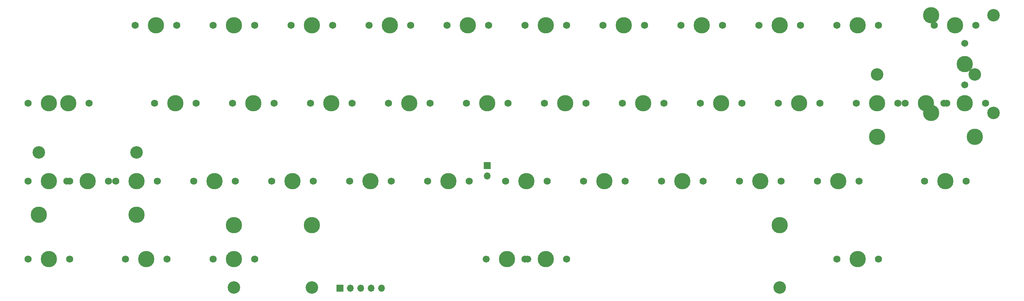
<source format=gbr>
%TF.GenerationSoftware,KiCad,Pcbnew,7.0.1*%
%TF.CreationDate,2023-04-12T22:37:38+02:00*%
%TF.ProjectId,no-escape,6e6f2d65-7363-4617-9065-2e6b69636164,rev?*%
%TF.SameCoordinates,Original*%
%TF.FileFunction,Soldermask,Top*%
%TF.FilePolarity,Negative*%
%FSLAX46Y46*%
G04 Gerber Fmt 4.6, Leading zero omitted, Abs format (unit mm)*
G04 Created by KiCad (PCBNEW 7.0.1) date 2023-04-12 22:37:38*
%MOMM*%
%LPD*%
G01*
G04 APERTURE LIST*
%ADD10C,3.987800*%
%ADD11C,1.701800*%
%ADD12C,3.048000*%
%ADD13C,1.750000*%
%ADD14R,1.700000X1.700000*%
%ADD15O,1.700000X1.700000*%
G04 APERTURE END LIST*
D10*
%TO.C,MX41*%
X251301000Y-42036750D03*
X251301000Y-65912750D03*
D11*
X259556000Y-48894750D03*
D10*
X259556000Y-53974750D03*
D11*
X259556000Y-59054750D03*
D12*
X266541000Y-42036750D03*
X266541000Y-65912750D03*
%TD*%
D13*
%TO.C,MX29*%
X128270000Y-82550000D03*
D10*
X133350000Y-82550000D03*
D13*
X138430000Y-82550000D03*
%TD*%
D10*
%TO.C,MX39*%
X100012500Y-93345000D03*
D12*
X100012500Y-108585000D03*
D13*
X152082500Y-101600000D03*
D10*
X157162500Y-101600000D03*
D13*
X162242500Y-101600000D03*
D10*
X214312500Y-93345000D03*
D12*
X214312500Y-108585000D03*
%TD*%
D13*
%TO.C,MX30*%
X147320000Y-82550000D03*
D10*
X152400000Y-82550000D03*
D13*
X157480000Y-82550000D03*
%TD*%
%TO.C,MX37*%
X54451250Y-101600000D03*
D10*
X59531250Y-101600000D03*
D13*
X64611250Y-101600000D03*
%TD*%
%TO.C,MX40*%
X228282500Y-101600000D03*
D10*
X233362500Y-101600000D03*
D13*
X238442500Y-101600000D03*
%TD*%
%TO.C,MX7*%
X171132500Y-44450000D03*
D10*
X176212500Y-44450000D03*
D13*
X181292500Y-44450000D03*
%TD*%
%TO.C,MX27*%
X90170000Y-82550000D03*
D10*
X95250000Y-82550000D03*
D13*
X100330000Y-82550000D03*
%TD*%
%TO.C,MX17*%
X137795000Y-63500000D03*
D10*
X142875000Y-63500000D03*
D13*
X147955000Y-63500000D03*
%TD*%
%TO.C,MX1*%
X56832500Y-44450000D03*
D10*
X61912500Y-44450000D03*
D13*
X66992500Y-44450000D03*
%TD*%
%TO.C,MX15*%
X99695000Y-63500000D03*
D10*
X104775000Y-63500000D03*
D13*
X109855000Y-63500000D03*
%TD*%
%TO.C,MX32*%
X185420000Y-82550000D03*
D10*
X190500000Y-82550000D03*
D13*
X195580000Y-82550000D03*
%TD*%
%TO.C,MX35*%
X249713750Y-82550000D03*
D10*
X254793750Y-82550000D03*
D13*
X259873750Y-82550000D03*
%TD*%
%TO.C,MX24*%
X30638750Y-82550000D03*
D10*
X35718750Y-82550000D03*
D13*
X40798750Y-82550000D03*
%TD*%
%TO.C,MX13*%
X61595000Y-63500000D03*
D10*
X66675000Y-63500000D03*
D13*
X71755000Y-63500000D03*
%TD*%
%TO.C,MX23*%
X254476250Y-63500000D03*
D10*
X259556250Y-63500000D03*
D13*
X264636250Y-63500000D03*
%TD*%
%TO.C,MX9*%
X209232500Y-44450000D03*
D10*
X214312500Y-44450000D03*
D13*
X219392500Y-44450000D03*
%TD*%
%TO.C,MX31*%
X166370000Y-82550000D03*
D10*
X171450000Y-82550000D03*
D13*
X176530000Y-82550000D03*
%TD*%
%TO.C,MX14*%
X80645000Y-63500000D03*
D10*
X85725000Y-63500000D03*
D13*
X90805000Y-63500000D03*
%TD*%
%TO.C,MX10*%
X228282500Y-44450000D03*
D10*
X233362500Y-44450000D03*
D13*
X238442500Y-44450000D03*
%TD*%
%TO.C,MX20*%
X194945000Y-63500000D03*
D10*
X200025000Y-63500000D03*
D13*
X205105000Y-63500000D03*
%TD*%
%TO.C,MX25*%
X52070000Y-82550000D03*
D10*
X57150000Y-82550000D03*
D13*
X62230000Y-82550000D03*
%TD*%
%TO.C,MX22*%
X233045000Y-63500000D03*
D10*
X238125000Y-63500000D03*
D13*
X243205000Y-63500000D03*
%TD*%
%TO.C,MX5*%
X133032500Y-44450000D03*
D10*
X138112500Y-44450000D03*
D13*
X143192500Y-44450000D03*
%TD*%
%TO.C,MX36*%
X30638750Y-101600000D03*
D10*
X35718750Y-101600000D03*
D13*
X40798750Y-101600000D03*
%TD*%
D12*
%TO.C,MX42*%
X238092916Y-56514991D03*
D10*
X238092916Y-71754991D03*
D13*
X244951166Y-63499991D03*
D10*
X250031166Y-63499991D03*
D13*
X255111166Y-63499991D03*
D12*
X261969416Y-56514991D03*
D10*
X261969416Y-71754991D03*
%TD*%
D12*
%TO.C,MX43*%
X33305500Y-75565000D03*
D10*
X33305500Y-90805000D03*
D13*
X40163750Y-82550000D03*
D10*
X45243750Y-82550000D03*
D13*
X50323750Y-82550000D03*
D12*
X57182000Y-75565000D03*
D10*
X57182000Y-90805000D03*
%TD*%
D13*
%TO.C,MX18*%
X156845000Y-63500000D03*
D10*
X161925000Y-63500000D03*
D13*
X167005000Y-63500000D03*
%TD*%
D10*
%TO.C,MX44*%
X80962916Y-93344991D03*
D12*
X80962916Y-108584991D03*
D11*
X142557916Y-101599991D03*
D10*
X147637916Y-101599991D03*
D11*
X152717916Y-101599991D03*
D10*
X214312916Y-93344991D03*
D12*
X214312916Y-108584991D03*
%TD*%
D13*
%TO.C,MX6*%
X152082500Y-44450000D03*
D10*
X157162500Y-44450000D03*
D13*
X162242500Y-44450000D03*
%TD*%
%TO.C,MX21*%
X213995000Y-63500000D03*
D10*
X219075000Y-63500000D03*
D13*
X224155000Y-63500000D03*
%TD*%
%TO.C,MX16*%
X118745000Y-63500000D03*
D10*
X123825000Y-63500000D03*
D13*
X128905000Y-63500000D03*
%TD*%
%TO.C,MX8*%
X190182500Y-44450000D03*
D10*
X195262500Y-44450000D03*
D13*
X200342500Y-44450000D03*
%TD*%
%TO.C,MX11*%
X252095000Y-44450000D03*
D10*
X257175000Y-44450000D03*
D13*
X262255000Y-44450000D03*
%TD*%
%TO.C,MX12*%
X30638250Y-63500000D03*
D10*
X35718250Y-63500000D03*
X40481250Y-63500000D03*
D13*
X45561250Y-63500000D03*
%TD*%
%TO.C,MX3*%
X94932500Y-44450000D03*
D10*
X100012500Y-44450000D03*
D13*
X105092500Y-44450000D03*
%TD*%
%TO.C,MX33*%
X204470000Y-82550000D03*
D10*
X209550000Y-82550000D03*
D13*
X214630000Y-82550000D03*
%TD*%
%TO.C,MX34*%
X223520000Y-82550000D03*
D10*
X228600000Y-82550000D03*
D13*
X233680000Y-82550000D03*
%TD*%
%TO.C,MX4*%
X113982500Y-44450000D03*
D10*
X119062500Y-44450000D03*
D13*
X124142500Y-44450000D03*
%TD*%
%TO.C,MX19*%
X175895000Y-63500000D03*
D10*
X180975000Y-63500000D03*
D13*
X186055000Y-63500000D03*
%TD*%
%TO.C,MX28*%
X109220000Y-82550000D03*
D10*
X114300000Y-82550000D03*
D13*
X119380000Y-82550000D03*
%TD*%
%TO.C,MX26*%
X71120000Y-82550000D03*
D10*
X76200000Y-82550000D03*
D13*
X81280000Y-82550000D03*
%TD*%
%TO.C,MX38*%
X75882500Y-101600000D03*
D10*
X80962500Y-101600000D03*
D13*
X86042500Y-101600000D03*
%TD*%
%TO.C,MX2*%
X75882500Y-44450000D03*
D10*
X80962500Y-44450000D03*
D13*
X86042500Y-44450000D03*
%TD*%
D14*
%TO.C,J2*%
X106843750Y-108743750D03*
D15*
X109383750Y-108743750D03*
X111923750Y-108743750D03*
X114463750Y-108743750D03*
X117003750Y-108743750D03*
%TD*%
D14*
%TO.C,SW1*%
X142875000Y-78735000D03*
D15*
X142875000Y-81275000D03*
%TD*%
M02*

</source>
